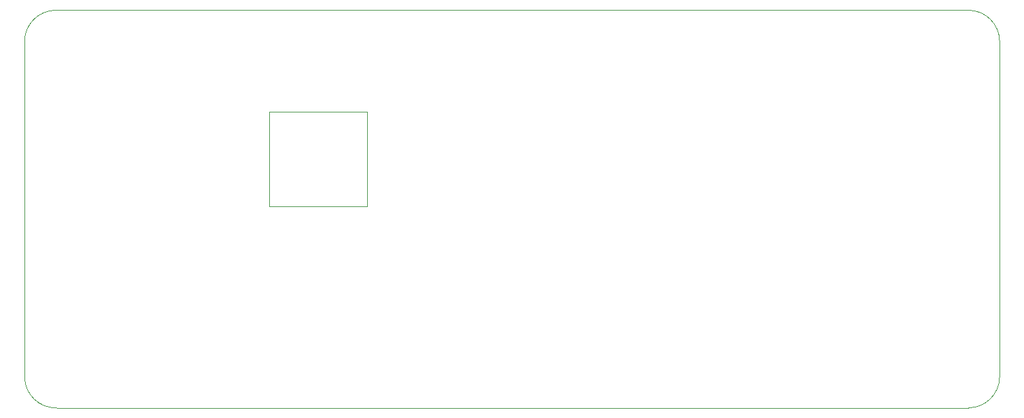
<source format=gm1>
G04 #@! TF.GenerationSoftware,KiCad,Pcbnew,(5.1.9)-1*
G04 #@! TF.CreationDate,2022-01-12T10:50:52-07:00*
G04 #@! TF.ProjectId,KICAD_Front_Plate_01,4b494341-445f-4467-926f-6e745f506c61,rev?*
G04 #@! TF.SameCoordinates,Original*
G04 #@! TF.FileFunction,Profile,NP*
%FSLAX46Y46*%
G04 Gerber Fmt 4.6, Leading zero omitted, Abs format (unit mm)*
G04 Created by KiCad (PCBNEW (5.1.9)-1) date 2022-01-12 10:50:52*
%MOMM*%
%LPD*%
G01*
G04 APERTURE LIST*
G04 #@! TA.AperFunction,Profile*
%ADD10C,0.050000*%
G04 #@! TD*
G04 APERTURE END LIST*
D10*
X31285000Y-25085000D02*
X43885000Y-25085000D01*
X31285000Y-12985000D02*
X31285000Y-25085000D01*
X0Y-4000000D02*
G75*
G02*
X4000000Y0I4000000J0D01*
G01*
X120800000Y0D02*
G75*
G02*
X124800000Y-4000000I0J-4000000D01*
G01*
X124800000Y-46900000D02*
G75*
G02*
X120800000Y-50900000I-4000000J0D01*
G01*
X43885000Y-12985000D02*
X43885000Y-25085000D01*
X0Y-4000000D02*
X0Y-47000000D01*
X31285000Y-12985000D02*
X43885000Y-12985000D01*
X4100000Y-50900000D02*
X120800000Y-50900000D01*
X124800000Y-46900000D02*
X124800000Y-4000000D01*
X4000000Y0D02*
X120800000Y0D01*
X4100000Y-50900000D02*
G75*
G02*
X0Y-47000000I-100000J4000000D01*
G01*
M02*

</source>
